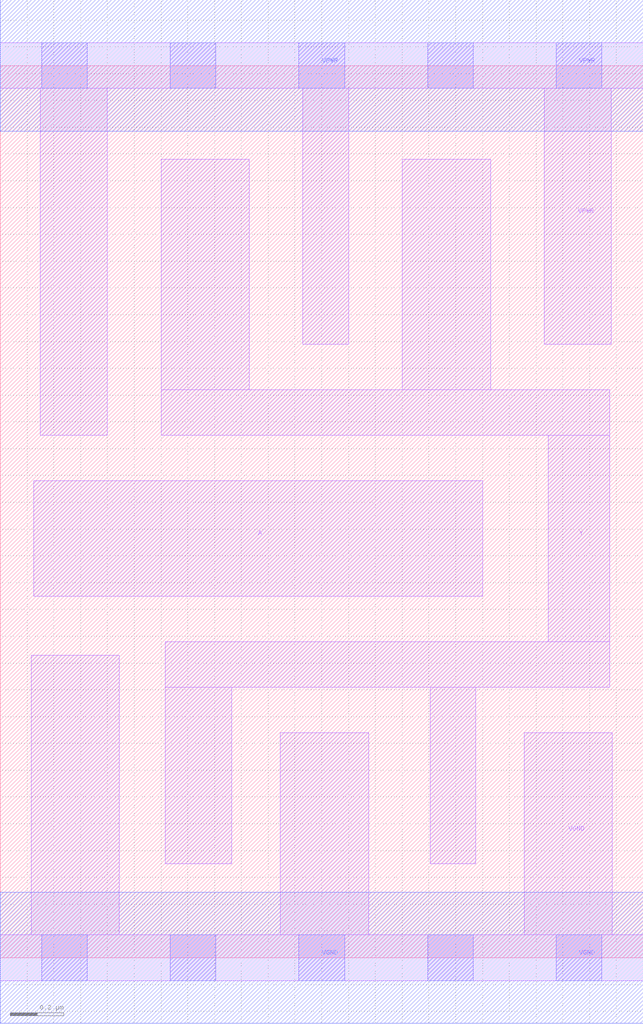
<source format=lef>
# Copyright 2020 The SkyWater PDK Authors
#
# Licensed under the Apache License, Version 2.0 (the "License");
# you may not use this file except in compliance with the License.
# You may obtain a copy of the License at
#
#     https://www.apache.org/licenses/LICENSE-2.0
#
# Unless required by applicable law or agreed to in writing, software
# distributed under the License is distributed on an "AS IS" BASIS,
# WITHOUT WARRANTIES OR CONDITIONS OF ANY KIND, either express or implied.
# See the License for the specific language governing permissions and
# limitations under the License.
#
# SPDX-License-Identifier: Apache-2.0

VERSION 5.7 ;
  NAMESCASESENSITIVE ON ;
  NOWIREEXTENSIONATPIN ON ;
  DIVIDERCHAR "/" ;
  BUSBITCHARS "[]" ;
UNITS
  DATABASE MICRONS 200 ;
END UNITS
MACRO sky130_fd_sc_hs__inv_4
  CLASS CORE ;
  SOURCE USER ;
  FOREIGN sky130_fd_sc_hs__inv_4 ;
  ORIGIN  0.000000  0.000000 ;
  SIZE  2.400000 BY  3.330000 ;
  SYMMETRY X Y ;
  SITE unit ;
  PIN A
    ANTENNAGATEAREA  1.116000 ;
    DIRECTION INPUT ;
    USE SIGNAL ;
    PORT
      LAYER li1 ;
        RECT 0.125000 1.350000 1.800000 1.780000 ;
    END
  END A
  PIN Y
    ANTENNADIFFAREA  1.116000 ;
    DIRECTION OUTPUT ;
    USE SIGNAL ;
    PORT
      LAYER li1 ;
        RECT 0.600000 1.950000 2.275000 2.120000 ;
        RECT 0.600000 2.120000 0.930000 2.980000 ;
        RECT 0.615000 0.350000 0.865000 1.010000 ;
        RECT 0.615000 1.010000 2.275000 1.180000 ;
        RECT 1.500000 2.120000 1.830000 2.980000 ;
        RECT 1.605000 0.350000 1.775000 1.010000 ;
        RECT 2.045000 1.180000 2.275000 1.950000 ;
    END
  END Y
  PIN VGND
    DIRECTION INOUT ;
    USE GROUND ;
    PORT
      LAYER li1 ;
        RECT 0.000000 -0.085000 2.400000 0.085000 ;
        RECT 0.115000  0.085000 0.445000 1.130000 ;
        RECT 1.045000  0.085000 1.375000 0.840000 ;
        RECT 1.955000  0.085000 2.285000 0.840000 ;
      LAYER mcon ;
        RECT 0.155000 -0.085000 0.325000 0.085000 ;
        RECT 0.635000 -0.085000 0.805000 0.085000 ;
        RECT 1.115000 -0.085000 1.285000 0.085000 ;
        RECT 1.595000 -0.085000 1.765000 0.085000 ;
        RECT 2.075000 -0.085000 2.245000 0.085000 ;
      LAYER met1 ;
        RECT 0.000000 -0.245000 2.400000 0.245000 ;
    END
  END VGND
  PIN VPWR
    DIRECTION INOUT ;
    USE POWER ;
    PORT
      LAYER li1 ;
        RECT 0.000000 3.245000 2.400000 3.415000 ;
        RECT 0.150000 1.950000 0.400000 3.245000 ;
        RECT 1.130000 2.290000 1.300000 3.245000 ;
        RECT 2.030000 2.290000 2.280000 3.245000 ;
      LAYER mcon ;
        RECT 0.155000 3.245000 0.325000 3.415000 ;
        RECT 0.635000 3.245000 0.805000 3.415000 ;
        RECT 1.115000 3.245000 1.285000 3.415000 ;
        RECT 1.595000 3.245000 1.765000 3.415000 ;
        RECT 2.075000 3.245000 2.245000 3.415000 ;
      LAYER met1 ;
        RECT 0.000000 3.085000 2.400000 3.575000 ;
    END
  END VPWR
END sky130_fd_sc_hs__inv_4

</source>
